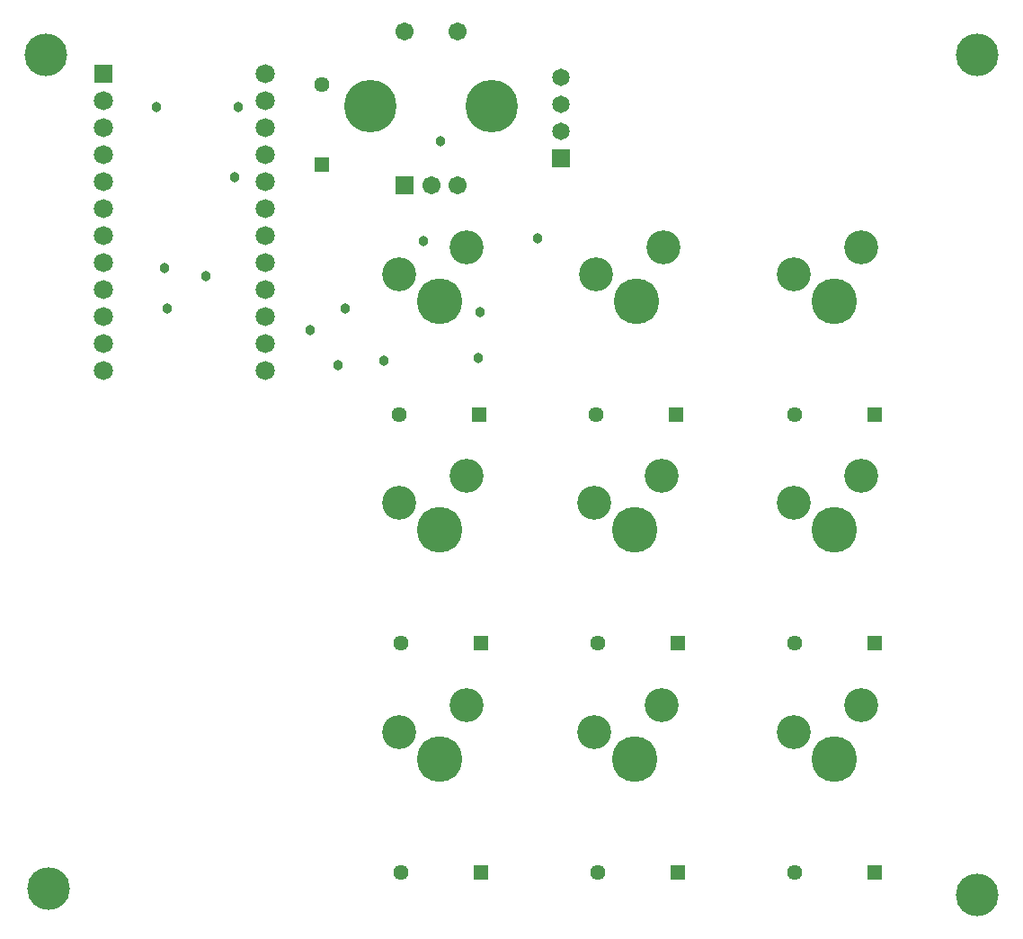
<source format=gts>
G04*
G04 #@! TF.GenerationSoftware,Altium Limited,Altium Designer,25.8.1 (18)*
G04*
G04 Layer_Color=8388736*
%FSLAX44Y44*%
%MOMM*%
G71*
G04*
G04 #@! TF.SameCoordinates,ADD3D31B-8851-4C81-8C4E-7CFF1D2DEE2F*
G04*
G04*
G04 #@! TF.FilePolarity,Negative*
G04*
G01*
G75*
%ADD15C,3.2032*%
G04:AMPARAMS|DCode=16|XSize=1.8032mm|YSize=1.8032mm|CornerRadius=0.9016mm|HoleSize=0mm|Usage=FLASHONLY|Rotation=180.000|XOffset=0mm|YOffset=0mm|HoleType=Round|Shape=RoundedRectangle|*
%AMROUNDEDRECTD16*
21,1,1.8032,0.0000,0,0,180.0*
21,1,0.0000,1.8032,0,0,180.0*
1,1,1.8032,0.0000,0.0000*
1,1,1.8032,0.0000,0.0000*
1,1,1.8032,0.0000,0.0000*
1,1,1.8032,0.0000,0.0000*
%
%ADD16ROUNDEDRECTD16*%
%ADD17R,1.8032X1.8032*%
%ADD18C,4.2926*%
%ADD19R,1.4412X1.4412*%
%ADD20C,1.4412*%
%ADD21C,4.0132*%
%ADD22C,1.6532*%
%ADD23R,1.6532X1.6532*%
%ADD24R,1.4412X1.4412*%
%ADD25C,1.7032*%
%ADD26C,4.9432*%
%ADD27R,1.7032X1.7032*%
%ADD28C,0.9652*%
D15*
X623570Y661670D02*
D03*
X560070Y636270D02*
D03*
X745490D02*
D03*
X808990Y661670D02*
D03*
X995680D02*
D03*
X932180Y636270D02*
D03*
X560070Y421640D02*
D03*
X623570Y447040D02*
D03*
X807720D02*
D03*
X744220Y421640D02*
D03*
X932180D02*
D03*
X995680Y447040D02*
D03*
X623570Y231140D02*
D03*
X560070Y205740D02*
D03*
X744220D02*
D03*
X807720Y231140D02*
D03*
X995680D02*
D03*
X932180Y205740D02*
D03*
D16*
X434340Y546100D02*
D03*
Y571500D02*
D03*
Y596900D02*
D03*
Y622300D02*
D03*
X281940Y800100D02*
D03*
X434340Y647700D02*
D03*
X281940Y774700D02*
D03*
X434340Y673100D02*
D03*
X281940Y749300D02*
D03*
X434340Y698500D02*
D03*
X281940Y723900D02*
D03*
X434340D02*
D03*
X281940Y698500D02*
D03*
X434340Y749300D02*
D03*
X281940Y673100D02*
D03*
X434340Y774700D02*
D03*
X281940Y647700D02*
D03*
X434340Y800100D02*
D03*
X281940Y622300D02*
D03*
X434340Y825500D02*
D03*
X281940Y596900D02*
D03*
Y571500D02*
D03*
Y546100D02*
D03*
D17*
Y825500D02*
D03*
D18*
X970280Y180340D02*
D03*
X782320D02*
D03*
X598170D02*
D03*
X970280Y396240D02*
D03*
X782320D02*
D03*
X598170D02*
D03*
X970280Y610870D02*
D03*
X783590D02*
D03*
X598170D02*
D03*
D19*
X487680Y739555D02*
D03*
D20*
Y814925D02*
D03*
X932595Y73660D02*
D03*
X747175D02*
D03*
X561755D02*
D03*
X932595Y289560D02*
D03*
X561755D02*
D03*
X932595Y504190D02*
D03*
X745905D02*
D03*
X560485D02*
D03*
X747175Y289560D02*
D03*
D21*
X1104900Y52070D02*
D03*
X229870Y58420D02*
D03*
X227330Y843280D02*
D03*
X1104900D02*
D03*
D22*
X712470Y821690D02*
D03*
Y796290D02*
D03*
Y770890D02*
D03*
D23*
Y745490D02*
D03*
D24*
X1007965Y73660D02*
D03*
X822545D02*
D03*
X637125D02*
D03*
X1007965Y289560D02*
D03*
X637125D02*
D03*
X1007965Y504190D02*
D03*
X821275D02*
D03*
X635855D02*
D03*
X822545Y289560D02*
D03*
D25*
X590550Y720090D02*
D03*
X615550Y865090D02*
D03*
Y720090D02*
D03*
X565550Y865090D02*
D03*
D26*
X647550Y795090D02*
D03*
X533550D02*
D03*
D27*
X565550Y720090D02*
D03*
D28*
X502920Y551180D02*
D03*
X476250Y584200D02*
D03*
X378460Y635000D02*
D03*
X341630Y604520D02*
D03*
X339090Y642620D02*
D03*
X582930Y668020D02*
D03*
X635000Y557530D02*
D03*
X546100Y554990D02*
D03*
X636270Y600710D02*
D03*
X509270Y604520D02*
D03*
X599440Y762000D02*
D03*
X331470Y793750D02*
D03*
X408940D02*
D03*
X405130Y727710D02*
D03*
X690880Y670560D02*
D03*
M02*

</source>
